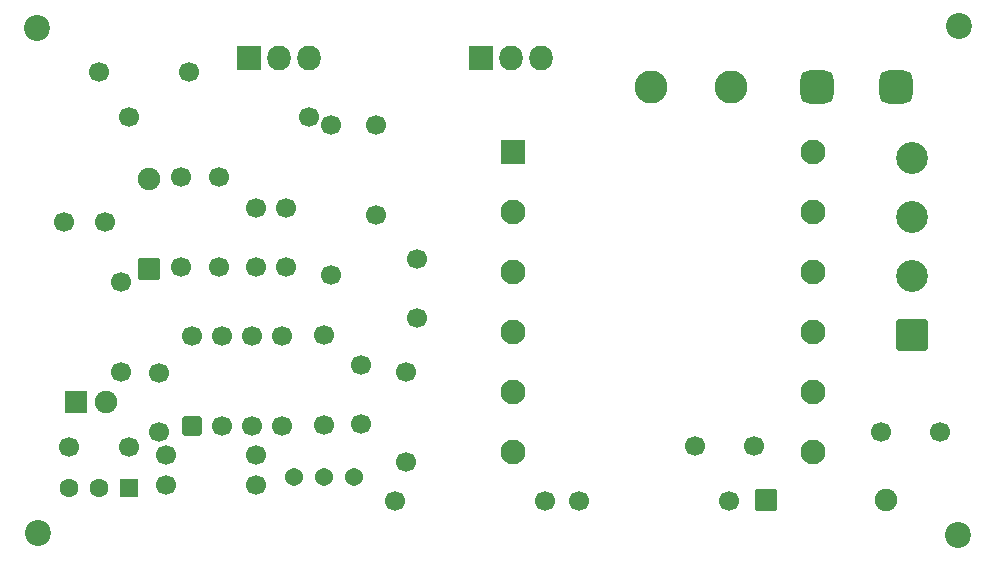
<source format=gbr>
%TF.GenerationSoftware,KiCad,Pcbnew,9.0.6+1*%
%TF.CreationDate,Date%
%TF.ProjectId,StepUp_module_12to450V,53746570-5570-45f6-9d6f-64756c655f31,+ (Unreleased)*%
%TF.SameCoordinates,Original*%
%TF.FileFunction,Soldermask,Bot*%
%TF.FilePolarity,Negative*%
%FSLAX46Y46*%
G04 Gerber Fmt 4.6, Leading zero omitted, Abs format (unit mm)*
G04 Created by KiCad*
%MOMM*%
%LPD*%
G01*
G04 APERTURE LIST*
G04 Aperture macros list*
%AMRoundRect*
0 Rectangle with rounded corners*
0 $1 Rounding radius*
0 $2 $3 $4 $5 $6 $7 $8 $9 X,Y pos of 4 corners*
0 Add a 4 corners polygon primitive as box body*
4,1,4,$2,$3,$4,$5,$6,$7,$8,$9,$2,$3,0*
0 Add four circle primitives for the rounded corners*
1,1,$1+$1,$2,$3*
1,1,$1+$1,$4,$5*
1,1,$1+$1,$6,$7*
1,1,$1+$1,$8,$9*
0 Add four rect primitives between the rounded corners*
20,1,$1+$1,$2,$3,$4,$5,0*
20,1,$1+$1,$4,$5,$6,$7,0*
20,1,$1+$1,$6,$7,$8,$9,0*
20,1,$1+$1,$8,$9,$2,$3,0*%
G04 Aperture macros list end*
%ADD10C,1.700000*%
%ADD11RoundRect,0.050000X-0.900000X-0.900000X0.900000X-0.900000X0.900000X0.900000X-0.900000X0.900000X0*%
%ADD12C,1.900000*%
%ADD13C,2.200000*%
%ADD14RoundRect,0.259616X1.090384X-1.090384X1.090384X1.090384X-1.090384X1.090384X-1.090384X-1.090384X0*%
%ADD15C,2.700000*%
%ADD16RoundRect,0.050000X-1.000000X1.000000X-1.000000X-1.000000X1.000000X-1.000000X1.000000X1.000000X0*%
%ADD17C,2.100000*%
%ADD18RoundRect,0.050000X-0.952500X-1.000000X0.952500X-1.000000X0.952500X1.000000X-0.952500X1.000000X0*%
%ADD19O,2.005000X2.100000*%
%ADD20RoundRect,0.050000X0.750000X0.750000X-0.750000X0.750000X-0.750000X-0.750000X0.750000X-0.750000X0*%
%ADD21C,1.600000*%
%ADD22RoundRect,0.265625X0.584375X-0.584375X0.584375X0.584375X-0.584375X0.584375X-0.584375X-0.584375X0*%
%ADD23RoundRect,0.700000X0.700000X0.700000X-0.700000X0.700000X-0.700000X-0.700000X0.700000X-0.700000X0*%
%ADD24C,2.800000*%
%ADD25C,1.540000*%
%ADD26RoundRect,0.263889X0.686111X-0.686111X0.686111X0.686111X-0.686111X0.686111X-0.686111X-0.686111X0*%
%ADD27RoundRect,0.263889X-0.686111X-0.686111X0.686111X-0.686111X0.686111X0.686111X-0.686111X0.686111X0*%
G04 APERTURE END LIST*
D10*
%TO.C,C4*%
X137145000Y-75195000D03*
X137145000Y-70195000D03*
%TD*%
%TO.C,R11*%
X146389896Y-95017316D03*
X159089896Y-95017316D03*
%TD*%
%TO.C,C1*%
X123810000Y-90475000D03*
X118810000Y-90475000D03*
%TD*%
D11*
%TO.C,D3*%
X119365000Y-86665000D03*
D12*
X121905000Y-86665000D03*
%TD*%
D13*
%TO.C,H2*%
X194116496Y-54859916D03*
%TD*%
D10*
%TO.C,R10*%
X161909296Y-95017316D03*
X174609296Y-95017316D03*
%TD*%
D14*
%TO.C,J1*%
X190104000Y-80964000D03*
D15*
X190104000Y-75964000D03*
X190104000Y-70964000D03*
X190104000Y-65964000D03*
%TD*%
D10*
%TO.C,R4*%
X147305000Y-91745000D03*
X147305000Y-84125000D03*
%TD*%
%TO.C,R5*%
X140320000Y-88570000D03*
X140320000Y-80950000D03*
%TD*%
%TO.C,C5*%
X134605000Y-75235000D03*
X134605000Y-70235000D03*
%TD*%
%TO.C,C8*%
X187482323Y-89205000D03*
X192482323Y-89205000D03*
%TD*%
D16*
%TO.C,TR1*%
X156322000Y-65456000D03*
D17*
X156322000Y-70536000D03*
X156322000Y-75616000D03*
X156322000Y-80696000D03*
X156322000Y-85776000D03*
X156322000Y-90856000D03*
X181722000Y-90856000D03*
X181722000Y-85776000D03*
X181722000Y-80696000D03*
X181722000Y-75616000D03*
X181722000Y-70536000D03*
X181722000Y-65456000D03*
%TD*%
D18*
%TO.C,Q1*%
X133970000Y-57515000D03*
D19*
X136510000Y-57515000D03*
X139050000Y-57515000D03*
%TD*%
D10*
%TO.C,R9*%
X139050000Y-62535000D03*
X123810000Y-62535000D03*
%TD*%
%TO.C,C3*%
X143495000Y-88530000D03*
X143495000Y-83530000D03*
%TD*%
D13*
%TO.C,H4*%
X194065696Y-97887516D03*
%TD*%
D10*
%TO.C,C2*%
X126350000Y-89165000D03*
X126350000Y-84165000D03*
%TD*%
D20*
%TO.C,Q3*%
X123810000Y-93925000D03*
D21*
X121270000Y-93925000D03*
X118730000Y-93925000D03*
%TD*%
D10*
%TO.C,R3*%
X126985000Y-91110000D03*
X134605000Y-91110000D03*
%TD*%
D22*
%TO.C,U1*%
X129219496Y-88687716D03*
D10*
X131759496Y-88687716D03*
X134299496Y-88687716D03*
X136839496Y-88687716D03*
X136839496Y-81067716D03*
X134299496Y-81067716D03*
X131759496Y-81067716D03*
X129219496Y-81067716D03*
%TD*%
%TO.C,C6*%
X118347349Y-71425000D03*
X121847349Y-71425000D03*
%TD*%
D13*
%TO.C,H3*%
X116138496Y-97760516D03*
%TD*%
D10*
%TO.C,C9*%
X176804496Y-90419916D03*
X171804496Y-90419916D03*
%TD*%
%TO.C,R8*%
X128255000Y-75235000D03*
X128255000Y-67615000D03*
%TD*%
%TO.C,R6*%
X140955000Y-75870000D03*
X140955000Y-63170000D03*
%TD*%
%TO.C,R13*%
X144765000Y-63170000D03*
X144765000Y-70790000D03*
%TD*%
%TO.C,R2*%
X134605000Y-93650000D03*
X126985000Y-93650000D03*
%TD*%
D23*
%TO.C,F1*%
X188820000Y-59995000D03*
X182060000Y-59995000D03*
D24*
X174780000Y-59995000D03*
X168020000Y-59995000D03*
%TD*%
D10*
%TO.C,R12*%
X123175000Y-84125000D03*
X123175000Y-76505000D03*
%TD*%
D25*
%TO.C,VR1*%
X142860000Y-93010000D03*
X140320000Y-93010000D03*
X137780000Y-93010000D03*
%TD*%
D18*
%TO.C,Q2*%
X153655000Y-57515000D03*
D19*
X156195000Y-57515000D03*
X158735000Y-57515000D03*
%TD*%
D10*
%TO.C,R7*%
X131430000Y-67615000D03*
X131430000Y-75235000D03*
%TD*%
D26*
%TO.C,D2*%
X125536496Y-75357716D03*
D12*
X125536496Y-67737716D03*
%TD*%
D13*
%TO.C,H1*%
X116036896Y-54961516D03*
%TD*%
D27*
%TO.C,D4*%
X177785000Y-94920000D03*
D12*
X187945000Y-94920000D03*
%TD*%
D10*
%TO.C,R14*%
X128890000Y-58725000D03*
X121270000Y-58725000D03*
%TD*%
%TO.C,C7*%
X148269496Y-79507677D03*
X148269496Y-74507677D03*
%TD*%
M02*

</source>
